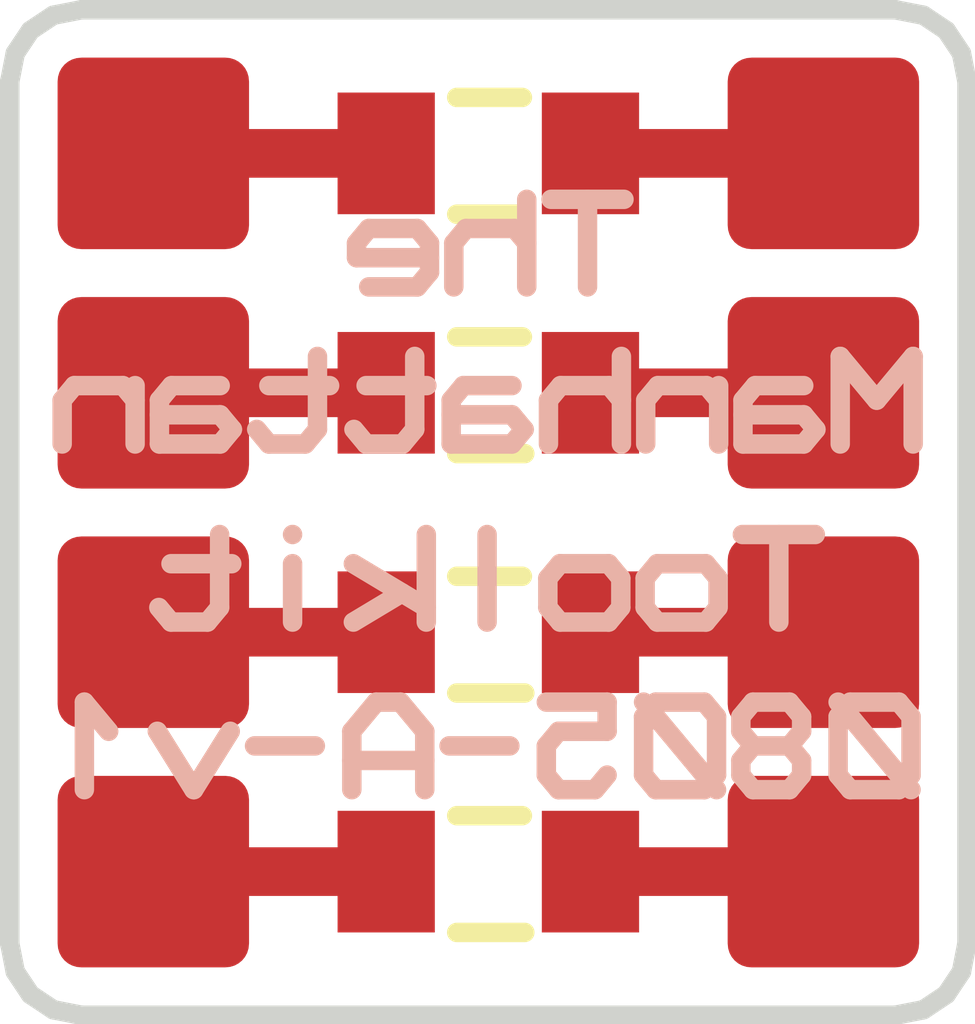
<source format=kicad_pcb>
(kicad_pcb (version 4) (generator "gerbview") (generator_version "8.0")

  (layers 
    (0 F.Cu signal)
    (31 B.Cu signal)
    (32 B.Adhes user)
    (33 F.Adhes user)
    (34 B.Paste user)
    (35 F.Paste user)
    (36 B.SilkS user)
    (37 F.SilkS user)
    (38 B.Mask user)
    (39 F.Mask user)
    (40 Dwgs.User user)
    (41 Cmts.User user)
    (42 Eco1.User user)
    (43 Eco2.User user)
    (44 Edge.Cuts user)
  )

(gr_line (start 0 -0.75) (end 0 -9.75) (layer Edge.Cuts) (width 0.2032))
(gr_line (start 0.75 -10.5) (end 9.25 -10.5) (layer Edge.Cuts) (width 0.2032))
(gr_line (start 10 -9.75) (end 10 -0.75) (layer Edge.Cuts) (width 0.2032))
(gr_line (start 9.25 0) (end 0.75 0) (layer Edge.Cuts) (width 0.2032))
(gr_line (start 0.75 -10.5) (end 0.45483 -10.44214) (layer Edge.Cuts) (width 0.2032))
(gr_line (start 0.45483 -10.44214) (end 0.2168 -10.2832) (layer Edge.Cuts) (width 0.2032))
(gr_line (start 0.2168 -10.2832) (end 0.05786 -10.04516) (layer Edge.Cuts) (width 0.2032))
(gr_line (start 0.05786 -10.04516) (end 0 -9.75) (layer Edge.Cuts) (width 0.2032))
(gr_line (start 0 -0.75) (end 0.05786 -0.45483) (layer Edge.Cuts) (width 0.2032))
(gr_line (start 0.05786 -0.45483) (end 0.2168 -0.2168) (layer Edge.Cuts) (width 0.2032))
(gr_line (start 0.2168 -0.2168) (end 0.45483 -0.05786) (layer Edge.Cuts) (width 0.2032))
(gr_line (start 0.45483 -0.05786) (end 0.75 0) (layer Edge.Cuts) (width 0.2032))
(gr_line (start 9.25 0) (end 9.54516 -0.05786) (layer Edge.Cuts) (width 0.2032))
(gr_line (start 9.54516 -0.05786) (end 9.7832 -0.2168) (layer Edge.Cuts) (width 0.2032))
(gr_line (start 9.7832 -0.2168) (end 9.94214 -0.45483) (layer Edge.Cuts) (width 0.2032))
(gr_line (start 9.94214 -0.45483) (end 10 -0.75) (layer Edge.Cuts) (width 0.2032))
(gr_line (start 10 -9.75) (end 9.94214 -10.04516) (layer Edge.Cuts) (width 0.2032))
(gr_line (start 9.94214 -10.04516) (end 9.7832 -10.2832) (layer Edge.Cuts) (width 0.2032))
(gr_line (start 9.7832 -10.2832) (end 9.54516 -10.44214) (layer Edge.Cuts) (width 0.2032))
(gr_line (start 9.54516 -10.44214) (end 9.25 -10.5) (layer Edge.Cuts) (width 0.2032))
(gr_line (start 4.6696 -9.5842) (end 5.3554 -9.5842) (layer F.SilkS) (width 0.2032))
(gr_line (start 4.6696 -8.365) (end 5.3808 -8.365) (layer F.SilkS) (width 0.2032))
(gr_line (start 4.6696 -7.0842) (end 5.3554 -7.0842) (layer F.SilkS) (width 0.2032))
(gr_line (start 4.6696 -5.865) (end 5.3808 -5.865) (layer F.SilkS) (width 0.2032))
(gr_line (start 4.6696 -4.5842) (end 5.3554 -4.5842) (layer F.SilkS) (width 0.2032))
(gr_line (start 4.6696 -3.365) (end 5.3808 -3.365) (layer F.SilkS) (width 0.2032))
(gr_line (start 4.6696 -2.0842) (end 5.3554 -2.0842) (layer F.SilkS) (width 0.2032))
(gr_line (start 4.6696 -0.865) (end 5.3808 -0.865) (layer F.SilkS) (width 0.2032))
(gr_poly (pts  (xy 2.30112 -8.00497) (xy 2.34839 -8.01929) (xy 2.3909 -8.04202)
 (xy 2.42773 -8.07227) (xy 2.45797 -8.1091) (xy 2.48071 -8.15161) (xy 2.49503 -8.19888)
 (xy 2.5 -8.25) (xy 2.5 -9.75) (xy 2.49503 -9.80112) (xy 2.48071 -9.84839)
 (xy 2.45797 -9.8909) (xy 2.42773 -9.92773) (xy 2.3909 -9.95798) (xy 2.34839 -9.98071)
 (xy 2.30112 -9.99503) (xy 2.25 -10) (xy 0.75 -10) (xy 0.69888 -9.99503)
 (xy 0.65161 -9.98071) (xy 0.6091 -9.95798) (xy 0.57227 -9.92773) (xy 0.54203 -9.8909)
 (xy 0.51929 -9.84839) (xy 0.50497 -9.80112) (xy 0.5 -9.75) (xy 0.5 -8.25)
 (xy 0.50497 -8.19888) (xy 0.51929 -8.15161) (xy 0.54203 -8.1091) (xy 0.57227 -8.07227)
 (xy 0.6091 -8.04202) (xy 0.65161 -8.01929) (xy 0.69888 -8.00497) (xy 0.75 -8)
 (xy 2.25 -8))(layer F.Mask) (width 0) )
(gr_poly (pts  (xy 2.30112 -5.50497) (xy 2.34839 -5.51929) (xy 2.3909 -5.54202)
 (xy 2.42773 -5.57227) (xy 2.45797 -5.6091) (xy 2.48071 -5.65161) (xy 2.49503 -5.69888)
 (xy 2.5 -5.75) (xy 2.5 -7.25) (xy 2.49503 -7.30112) (xy 2.48071 -7.34839)
 (xy 2.45797 -7.3909) (xy 2.42773 -7.42773) (xy 2.3909 -7.45798) (xy 2.34839 -7.48071)
 (xy 2.30112 -7.49503) (xy 2.25 -7.5) (xy 0.75 -7.5) (xy 0.69888 -7.49503)
 (xy 0.65161 -7.48071) (xy 0.6091 -7.45798) (xy 0.57227 -7.42773) (xy 0.54203 -7.3909)
 (xy 0.51929 -7.34839) (xy 0.50497 -7.30112) (xy 0.5 -7.25) (xy 0.5 -5.75)
 (xy 0.50497 -5.69888) (xy 0.51929 -5.65161) (xy 0.54203 -5.6091) (xy 0.57227 -5.57227)
 (xy 0.6091 -5.54202) (xy 0.65161 -5.51929) (xy 0.69888 -5.50497) (xy 0.75 -5.5)
 (xy 2.25 -5.5))(layer F.Mask) (width 0) )
(gr_poly (pts  (xy 2.30112 -3.00497) (xy 2.34839 -3.01929) (xy 2.3909 -3.04202)
 (xy 2.42773 -3.07227) (xy 2.45797 -3.1091) (xy 2.48071 -3.15161) (xy 2.49503 -3.19888)
 (xy 2.5 -3.25) (xy 2.5 -4.75) (xy 2.49503 -4.80112) (xy 2.48071 -4.84839)
 (xy 2.45797 -4.8909) (xy 2.42773 -4.92773) (xy 2.3909 -4.95798) (xy 2.34839 -4.98071)
 (xy 2.30112 -4.99503) (xy 2.25 -5) (xy 0.75 -5) (xy 0.69888 -4.99503)
 (xy 0.65161 -4.98071) (xy 0.6091 -4.95798) (xy 0.57227 -4.92773) (xy 0.54203 -4.8909)
 (xy 0.51929 -4.84839) (xy 0.50497 -4.80112) (xy 0.5 -4.75) (xy 0.5 -3.25)
 (xy 0.50497 -3.19888) (xy 0.51929 -3.15161) (xy 0.54203 -3.1091) (xy 0.57227 -3.07227)
 (xy 0.6091 -3.04202) (xy 0.65161 -3.01929) (xy 0.69888 -3.00497) (xy 0.75 -3)
 (xy 2.25 -3))(layer F.Mask) (width 0) )
(gr_poly (pts  (xy 2.30112 -0.50497) (xy 2.34839 -0.51929) (xy 2.3909 -0.54202)
 (xy 2.42773 -0.57227) (xy 2.45797 -0.6091) (xy 2.48071 -0.65161) (xy 2.49503 -0.69888)
 (xy 2.5 -0.75) (xy 2.5 -2.25) (xy 2.49503 -2.30112) (xy 2.48071 -2.34839)
 (xy 2.45797 -2.3909) (xy 2.42773 -2.42773) (xy 2.3909 -2.45798) (xy 2.34839 -2.48071)
 (xy 2.30112 -2.49503) (xy 2.25 -2.5) (xy 0.75 -2.5) (xy 0.69888 -2.49503)
 (xy 0.65161 -2.48071) (xy 0.6091 -2.45798) (xy 0.57227 -2.42773) (xy 0.54203 -2.3909)
 (xy 0.51929 -2.34839) (xy 0.50497 -2.30112) (xy 0.5 -2.25) (xy 0.5 -0.75)
 (xy 0.50497 -0.69888) (xy 0.51929 -0.65161) (xy 0.54203 -0.6091) (xy 0.57227 -0.57227)
 (xy 0.6091 -0.54202) (xy 0.65161 -0.51929) (xy 0.69888 -0.50497) (xy 0.75 -0.5)
 (xy 2.25 -0.5))(layer F.Mask) (width 0) )
(gr_poly (pts  (xy 9.30112 -0.50497) (xy 9.34839 -0.51929) (xy 9.3909 -0.54202)
 (xy 9.42773 -0.57227) (xy 9.45797 -0.6091) (xy 9.48071 -0.65161) (xy 9.49503 -0.69888)
 (xy 9.5 -0.75) (xy 9.5 -2.25) (xy 9.49503 -2.30112) (xy 9.48071 -2.34839)
 (xy 9.45797 -2.3909) (xy 9.42773 -2.42773) (xy 9.3909 -2.45798) (xy 9.34839 -2.48071)
 (xy 9.30112 -2.49503) (xy 9.25 -2.5) (xy 7.75 -2.5) (xy 7.69888 -2.49503)
 (xy 7.65161 -2.48071) (xy 7.6091 -2.45798) (xy 7.57227 -2.42773) (xy 7.54203 -2.3909)
 (xy 7.51929 -2.34839) (xy 7.50497 -2.30112) (xy 7.5 -2.25) (xy 7.5 -0.75)
 (xy 7.50497 -0.69888) (xy 7.51929 -0.65161) (xy 7.54203 -0.6091) (xy 7.57227 -0.57227)
 (xy 7.6091 -0.54202) (xy 7.65161 -0.51929) (xy 7.69888 -0.50497) (xy 7.75 -0.5)
 (xy 9.25 -0.5))(layer F.Mask) (width 0) )
(gr_poly (pts  (xy 9.30112 -3.00497) (xy 9.34839 -3.01929) (xy 9.3909 -3.04202)
 (xy 9.42773 -3.07227) (xy 9.45797 -3.1091) (xy 9.48071 -3.15161) (xy 9.49503 -3.19888)
 (xy 9.5 -3.25) (xy 9.5 -4.75) (xy 9.49503 -4.80112) (xy 9.48071 -4.84839)
 (xy 9.45797 -4.8909) (xy 9.42773 -4.92773) (xy 9.3909 -4.95798) (xy 9.34839 -4.98071)
 (xy 9.30112 -4.99503) (xy 9.25 -5) (xy 7.75 -5) (xy 7.69888 -4.99503)
 (xy 7.65161 -4.98071) (xy 7.6091 -4.95798) (xy 7.57227 -4.92773) (xy 7.54203 -4.8909)
 (xy 7.51929 -4.84839) (xy 7.50497 -4.80112) (xy 7.5 -4.75) (xy 7.5 -3.25)
 (xy 7.50497 -3.19888) (xy 7.51929 -3.15161) (xy 7.54203 -3.1091) (xy 7.57227 -3.07227)
 (xy 7.6091 -3.04202) (xy 7.65161 -3.01929) (xy 7.69888 -3.00497) (xy 7.75 -3)
 (xy 9.25 -3))(layer F.Mask) (width 0) )
(gr_poly (pts  (xy 9.30112 -5.50497) (xy 9.34839 -5.51929) (xy 9.3909 -5.54202)
 (xy 9.42773 -5.57227) (xy 9.45797 -5.6091) (xy 9.48071 -5.65161) (xy 9.49503 -5.69888)
 (xy 9.5 -5.75) (xy 9.5 -7.25) (xy 9.49503 -7.30112) (xy 9.48071 -7.34839)
 (xy 9.45797 -7.3909) (xy 9.42773 -7.42773) (xy 9.3909 -7.45798) (xy 9.34839 -7.48071)
 (xy 9.30112 -7.49503) (xy 9.25 -7.5) (xy 7.75 -7.5) (xy 7.69888 -7.49503)
 (xy 7.65161 -7.48071) (xy 7.6091 -7.45798) (xy 7.57227 -7.42773) (xy 7.54203 -7.3909)
 (xy 7.51929 -7.34839) (xy 7.50497 -7.30112) (xy 7.5 -7.25) (xy 7.5 -5.75)
 (xy 7.50497 -5.69888) (xy 7.51929 -5.65161) (xy 7.54203 -5.6091) (xy 7.57227 -5.57227)
 (xy 7.6091 -5.54202) (xy 7.65161 -5.51929) (xy 7.69888 -5.50497) (xy 7.75 -5.5)
 (xy 9.25 -5.5))(layer F.Mask) (width 0) )
(gr_poly (pts  (xy 9.30112 -8.00497) (xy 9.34839 -8.01929) (xy 9.3909 -8.04202)
 (xy 9.42773 -8.07227) (xy 9.45797 -8.1091) (xy 9.48071 -8.15161) (xy 9.49503 -8.19888)
 (xy 9.5 -8.25) (xy 9.5 -9.75) (xy 9.49503 -9.80112) (xy 9.48071 -9.84839)
 (xy 9.45797 -9.8909) (xy 9.42773 -9.92773) (xy 9.3909 -9.95798) (xy 9.34839 -9.98071)
 (xy 9.30112 -9.99503) (xy 9.25 -10) (xy 7.75 -10) (xy 7.69888 -9.99503)
 (xy 7.65161 -9.98071) (xy 7.6091 -9.95798) (xy 7.57227 -9.92773) (xy 7.54203 -9.8909)
 (xy 7.51929 -9.84839) (xy 7.50497 -9.80112) (xy 7.5 -9.75) (xy 7.5 -8.25)
 (xy 7.50497 -8.19888) (xy 7.51929 -8.15161) (xy 7.54203 -8.1091) (xy 7.57227 -8.07227)
 (xy 7.6091 -8.04202) (xy 7.65161 -8.01929) (xy 7.69888 -8.00497) (xy 7.75 -8)
 (xy 9.25 -8))(layer F.Mask) (width 0) )
(gr_poly (pts  (xy 4.45398 -8.30276) (xy 4.46599 -8.3064) (xy 4.47678 -8.31218)
 (xy 4.48614 -8.31986) (xy 4.49382 -8.32922) (xy 4.4996 -8.34001) (xy 4.50324 -8.35202)
 (xy 4.5045 -8.365) (xy 4.5045 -9.635) (xy 4.50324 -9.64798) (xy 4.4996 -9.65999)
 (xy 4.49382 -9.67078) (xy 4.48614 -9.68014) (xy 4.47678 -9.68782) (xy 4.46599 -9.6936)
 (xy 4.45398 -9.69724) (xy 4.441 -9.6985) (xy 3.425 -9.6985) (xy 3.41202 -9.69724)
 (xy 3.40001 -9.6936) (xy 3.38922 -9.68782) (xy 3.37986 -9.68014) (xy 3.37218 -9.67078)
 (xy 3.3664 -9.65999) (xy 3.36276 -9.64798) (xy 3.3615 -9.635) (xy 3.3615 -8.365)
 (xy 3.36276 -8.35202) (xy 3.3664 -8.34001) (xy 3.37218 -8.32922) (xy 3.37986 -8.31986)
 (xy 3.38922 -8.31218) (xy 3.40001 -8.3064) (xy 3.41202 -8.30276) (xy 3.425 -8.3015)
 (xy 4.441 -8.3015))(layer F.Mask) (width 0) )
(gr_poly (pts  (xy 6.58758 -8.30276) (xy 6.59959 -8.3064) (xy 6.61038 -8.31218)
 (xy 6.61974 -8.31986) (xy 6.62742 -8.32922) (xy 6.6332 -8.34001) (xy 6.63684 -8.35202)
 (xy 6.6381 -8.365) (xy 6.6381 -9.635) (xy 6.63684 -9.64798) (xy 6.6332 -9.65999)
 (xy 6.62742 -9.67078) (xy 6.61974 -9.68014) (xy 6.61038 -9.68782) (xy 6.59959 -9.6936)
 (xy 6.58758 -9.69724) (xy 6.5746 -9.6985) (xy 5.5586 -9.6985) (xy 5.54562 -9.69724)
 (xy 5.53361 -9.6936) (xy 5.52282 -9.68782) (xy 5.51346 -9.68014) (xy 5.50578 -9.67078)
 (xy 5.5 -9.65999) (xy 5.49636 -9.64798) (xy 5.4951 -9.635) (xy 5.4951 -8.365)
 (xy 5.49636 -8.35202) (xy 5.5 -8.34001) (xy 5.50578 -8.32922) (xy 5.51346 -8.31986)
 (xy 5.52282 -8.31218) (xy 5.53361 -8.3064) (xy 5.54562 -8.30276) (xy 5.5586 -8.3015)
 (xy 6.5746 -8.3015))(layer F.Mask) (width 0) )
(gr_poly (pts  (xy 4.45398 -5.80276) (xy 4.46599 -5.8064) (xy 4.47678 -5.81218)
 (xy 4.48614 -5.81986) (xy 4.49382 -5.82922) (xy 4.4996 -5.84001) (xy 4.50324 -5.85202)
 (xy 4.5045 -5.865) (xy 4.5045 -7.135) (xy 4.50324 -7.14798) (xy 4.4996 -7.15999)
 (xy 4.49382 -7.17078) (xy 4.48614 -7.18014) (xy 4.47678 -7.18782) (xy 4.46599 -7.1936)
 (xy 4.45398 -7.19724) (xy 4.441 -7.1985) (xy 3.425 -7.1985) (xy 3.41202 -7.19724)
 (xy 3.40001 -7.1936) (xy 3.38922 -7.18782) (xy 3.37986 -7.18014) (xy 3.37218 -7.17078)
 (xy 3.3664 -7.15999) (xy 3.36276 -7.14798) (xy 3.3615 -7.135) (xy 3.3615 -5.865)
 (xy 3.36276 -5.85202) (xy 3.3664 -5.84001) (xy 3.37218 -5.82922) (xy 3.37986 -5.81986)
 (xy 3.38922 -5.81218) (xy 3.40001 -5.8064) (xy 3.41202 -5.80276) (xy 3.425 -5.8015)
 (xy 4.441 -5.8015))(layer F.Mask) (width 0) )
(gr_poly (pts  (xy 6.58758 -5.80276) (xy 6.59959 -5.8064) (xy 6.61038 -5.81218)
 (xy 6.61974 -5.81986) (xy 6.62742 -5.82922) (xy 6.6332 -5.84001) (xy 6.63684 -5.85202)
 (xy 6.6381 -5.865) (xy 6.6381 -7.135) (xy 6.63684 -7.14798) (xy 6.6332 -7.15999)
 (xy 6.62742 -7.17078) (xy 6.61974 -7.18014) (xy 6.61038 -7.18782) (xy 6.59959 -7.1936)
 (xy 6.58758 -7.19724) (xy 6.5746 -7.1985) (xy 5.5586 -7.1985) (xy 5.54562 -7.19724)
 (xy 5.53361 -7.1936) (xy 5.52282 -7.18782) (xy 5.51346 -7.18014) (xy 5.50578 -7.17078)
 (xy 5.5 -7.15999) (xy 5.49636 -7.14798) (xy 5.4951 -7.135) (xy 5.4951 -5.865)
 (xy 5.49636 -5.85202) (xy 5.5 -5.84001) (xy 5.50578 -5.82922) (xy 5.51346 -5.81986)
 (xy 5.52282 -5.81218) (xy 5.53361 -5.8064) (xy 5.54562 -5.80276) (xy 5.5586 -5.8015)
 (xy 6.5746 -5.8015))(layer F.Mask) (width 0) )
(gr_poly (pts  (xy 4.45398 -3.30276) (xy 4.46599 -3.3064) (xy 4.47678 -3.31218)
 (xy 4.48614 -3.31986) (xy 4.49382 -3.32922) (xy 4.4996 -3.34001) (xy 4.50324 -3.35202)
 (xy 4.5045 -3.365) (xy 4.5045 -4.635) (xy 4.50324 -4.64798) (xy 4.4996 -4.65999)
 (xy 4.49382 -4.67078) (xy 4.48614 -4.68014) (xy 4.47678 -4.68782) (xy 4.46599 -4.6936)
 (xy 4.45398 -4.69724) (xy 4.441 -4.6985) (xy 3.425 -4.6985) (xy 3.41202 -4.69724)
 (xy 3.40001 -4.6936) (xy 3.38922 -4.68782) (xy 3.37986 -4.68014) (xy 3.37218 -4.67078)
 (xy 3.3664 -4.65999) (xy 3.36276 -4.64798) (xy 3.3615 -4.635) (xy 3.3615 -3.365)
 (xy 3.36276 -3.35202) (xy 3.3664 -3.34001) (xy 3.37218 -3.32922) (xy 3.37986 -3.31986)
 (xy 3.38922 -3.31218) (xy 3.40001 -3.3064) (xy 3.41202 -3.30276) (xy 3.425 -3.3015)
 (xy 4.441 -3.3015))(layer F.Mask) (width 0) )
(gr_poly (pts  (xy 6.58758 -3.30276) (xy 6.59959 -3.3064) (xy 6.61038 -3.31218)
 (xy 6.61974 -3.31986) (xy 6.62742 -3.32922) (xy 6.6332 -3.34001) (xy 6.63684 -3.35202)
 (xy 6.6381 -3.365) (xy 6.6381 -4.635) (xy 6.63684 -4.64798) (xy 6.6332 -4.65999)
 (xy 6.62742 -4.67078) (xy 6.61974 -4.68014) (xy 6.61038 -4.68782) (xy 6.59959 -4.6936)
 (xy 6.58758 -4.69724) (xy 6.5746 -4.6985) (xy 5.5586 -4.6985) (xy 5.54562 -4.69724)
 (xy 5.53361 -4.6936) (xy 5.52282 -4.68782) (xy 5.51346 -4.68014) (xy 5.50578 -4.67078)
 (xy 5.5 -4.65999) (xy 5.49636 -4.64798) (xy 5.4951 -4.635) (xy 5.4951 -3.365)
 (xy 5.49636 -3.35202) (xy 5.5 -3.34001) (xy 5.50578 -3.32922) (xy 5.51346 -3.31986)
 (xy 5.52282 -3.31218) (xy 5.53361 -3.3064) (xy 5.54562 -3.30276) (xy 5.5586 -3.3015)
 (xy 6.5746 -3.3015))(layer F.Mask) (width 0) )
(gr_poly (pts  (xy 4.45398 -0.80276) (xy 4.46599 -0.8064) (xy 4.47678 -0.81218)
 (xy 4.48614 -0.81986) (xy 4.49382 -0.82922) (xy 4.4996 -0.84001) (xy 4.50324 -0.85202)
 (xy 4.5045 -0.865) (xy 4.5045 -2.135) (xy 4.50324 -2.14798) (xy 4.4996 -2.15999)
 (xy 4.49382 -2.17078) (xy 4.48614 -2.18014) (xy 4.47678 -2.18782) (xy 4.46599 -2.1936)
 (xy 4.45398 -2.19724) (xy 4.441 -2.1985) (xy 3.425 -2.1985) (xy 3.41202 -2.19724)
 (xy 3.40001 -2.1936) (xy 3.38922 -2.18782) (xy 3.37986 -2.18014) (xy 3.37218 -2.17078)
 (xy 3.3664 -2.15999) (xy 3.36276 -2.14798) (xy 3.3615 -2.135) (xy 3.3615 -0.865)
 (xy 3.36276 -0.85202) (xy 3.3664 -0.84001) (xy 3.37218 -0.82922) (xy 3.37986 -0.81986)
 (xy 3.38922 -0.81218) (xy 3.40001 -0.8064) (xy 3.41202 -0.80276) (xy 3.425 -0.8015)
 (xy 4.441 -0.8015))(layer F.Mask) (width 0) )
(gr_poly (pts  (xy 6.58758 -0.80276) (xy 6.59959 -0.8064) (xy 6.61038 -0.81218)
 (xy 6.61974 -0.81986) (xy 6.62742 -0.82922) (xy 6.6332 -0.84001) (xy 6.63684 -0.85202)
 (xy 6.6381 -0.865) (xy 6.6381 -2.135) (xy 6.63684 -2.14798) (xy 6.6332 -2.15999)
 (xy 6.62742 -2.17078) (xy 6.61974 -2.18014) (xy 6.61038 -2.18782) (xy 6.59959 -2.1936)
 (xy 6.58758 -2.19724) (xy 6.5746 -2.1985) (xy 5.5586 -2.1985) (xy 5.54562 -2.19724)
 (xy 5.53361 -2.1936) (xy 5.52282 -2.18782) (xy 5.51346 -2.18014) (xy 5.50578 -2.17078)
 (xy 5.5 -2.15999) (xy 5.49636 -2.14798) (xy 5.4951 -2.135) (xy 5.4951 -0.865)
 (xy 5.49636 -0.85202) (xy 5.5 -0.84001) (xy 5.50578 -0.82922) (xy 5.51346 -0.81986)
 (xy 5.52282 -0.81218) (xy 5.53361 -0.8064) (xy 5.54562 -0.80276) (xy 5.5586 -0.8015)
 (xy 6.5746 -0.8015))(layer F.Mask) (width 0) )
(gr_line (start 8.41569 -5.02018) (end 7.65369 -5.02018) (layer B.SilkS) (width 0.2032))
(gr_line (start 8.03469 -5.02018) (end 8.03469 -4.10578) (layer B.SilkS) (width 0.2032))
(gr_line (start 7.39969 -4.56298) (end 7.27269 -4.71538) (layer B.SilkS) (width 0.2032))
(gr_line (start 7.27269 -4.71538) (end 6.76469 -4.71538) (layer B.SilkS) (width 0.2032))
(gr_line (start 6.76469 -4.71538) (end 6.63769 -4.56298) (layer B.SilkS) (width 0.2032))
(gr_line (start 6.63769 -4.56298) (end 6.63769 -4.25818) (layer B.SilkS) (width 0.2032))
(gr_line (start 6.63769 -4.25818) (end 6.76469 -4.10578) (layer B.SilkS) (width 0.2032))
(gr_line (start 6.76469 -4.10578) (end 7.27269 -4.10578) (layer B.SilkS) (width 0.2032))
(gr_line (start 7.27269 -4.10578) (end 7.39969 -4.25818) (layer B.SilkS) (width 0.2032))
(gr_line (start 7.39969 -4.25818) (end 7.39969 -4.56298) (layer B.SilkS) (width 0.2032))
(gr_line (start 6.38369 -4.56298) (end 6.25669 -4.71538) (layer B.SilkS) (width 0.2032))
(gr_line (start 6.25669 -4.71538) (end 5.74869 -4.71538) (layer B.SilkS) (width 0.2032))
(gr_line (start 5.74869 -4.71538) (end 5.62169 -4.56298) (layer B.SilkS) (width 0.2032))
(gr_line (start 5.62169 -4.56298) (end 5.62169 -4.25818) (layer B.SilkS) (width 0.2032))
(gr_line (start 5.62169 -4.25818) (end 5.74869 -4.10578) (layer B.SilkS) (width 0.2032))
(gr_line (start 5.74869 -4.10578) (end 6.25669 -4.10578) (layer B.SilkS) (width 0.2032))
(gr_line (start 6.25669 -4.10578) (end 6.38369 -4.25818) (layer B.SilkS) (width 0.2032))
(gr_line (start 6.38369 -4.25818) (end 6.38369 -4.56298) (layer B.SilkS) (width 0.2032))
(gr_line (start 4.98669 -5.02018) (end 4.98669 -4.10578) (layer B.SilkS) (width 0.2032))
(gr_line (start 4.35169 -5.02018) (end 4.35169 -4.10578) (layer B.SilkS) (width 0.2032))
(gr_line (start 4.35169 -4.25818) (end 3.58969 -4.71538) (layer B.SilkS) (width 0.2032))
(gr_line (start 4.09769 -4.41058) (end 3.58969 -4.10578) (layer B.SilkS) (width 0.2032))
(gr_line (start 2.95469 -4.71538) (end 2.95469 -4.10578) (layer B.SilkS) (width 0.2032))
(gr_line (start 2.95469 -5.02018) (end 2.95469 -5.02018) (layer B.SilkS) (width 0.2032))
(gr_line (start 2.19269 -5.02018) (end 2.19269 -4.25818) (layer B.SilkS) (width 0.2032))
(gr_line (start 2.19269 -4.25818) (end 2.06569 -4.10578) (layer B.SilkS) (width 0.2032))
(gr_line (start 2.06569 -4.10578) (end 1.68469 -4.10578) (layer B.SilkS) (width 0.2032))
(gr_line (start 1.68469 -4.10578) (end 1.55769 -4.25818) (layer B.SilkS) (width 0.2032))
(gr_line (start 2.31969 -4.71538) (end 1.68469 -4.71538) (layer B.SilkS) (width 0.2032))
(gr_line (start 9.4379 -5.96536) (end 9.4379 -6.87976) (layer B.SilkS) (width 0.2032))
(gr_line (start 9.4379 -6.87976) (end 9.0569 -6.42256) (layer B.SilkS) (width 0.2032))
(gr_line (start 9.0569 -6.42256) (end 8.6759 -6.87976) (layer B.SilkS) (width 0.2032))
(gr_line (start 8.6759 -6.87976) (end 8.6759 -5.96536) (layer B.SilkS) (width 0.2032))
(gr_line (start 8.2949 -6.57496) (end 7.7869 -6.57496) (layer B.SilkS) (width 0.2032))
(gr_line (start 7.7869 -6.57496) (end 7.6599 -6.42256) (layer B.SilkS) (width 0.2032))
(gr_line (start 7.6599 -6.42256) (end 7.6599 -5.96536) (layer B.SilkS) (width 0.2032))
(gr_line (start 7.6599 -5.96536) (end 8.2949 -5.96536) (layer B.SilkS) (width 0.2032))
(gr_line (start 8.2949 -5.96536) (end 8.4219 -6.11776) (layer B.SilkS) (width 0.2032))
(gr_line (start 8.4219 -6.11776) (end 8.2949 -6.27016) (layer B.SilkS) (width 0.2032))
(gr_line (start 8.2949 -6.27016) (end 7.6599 -6.27016) (layer B.SilkS) (width 0.2032))
(gr_line (start 7.4059 -5.96536) (end 7.4059 -6.57496) (layer B.SilkS) (width 0.2032))
(gr_line (start 7.4059 -6.42256) (end 7.2789 -6.57496) (layer B.SilkS) (width 0.2032))
(gr_line (start 7.2789 -6.57496) (end 6.7709 -6.57496) (layer B.SilkS) (width 0.2032))
(gr_line (start 6.7709 -6.57496) (end 6.6439 -6.42256) (layer B.SilkS) (width 0.2032))
(gr_line (start 6.6439 -6.42256) (end 6.6439 -5.96536) (layer B.SilkS) (width 0.2032))
(gr_line (start 5.6279 -5.96536) (end 5.6279 -6.42256) (layer B.SilkS) (width 0.2032))
(gr_line (start 5.6279 -6.42256) (end 5.7549 -6.57496) (layer B.SilkS) (width 0.2032))
(gr_line (start 5.7549 -6.57496) (end 6.2629 -6.57496) (layer B.SilkS) (width 0.2032))
(gr_line (start 6.2629 -6.57496) (end 6.3899 -6.42256) (layer B.SilkS) (width 0.2032))
(gr_line (start 6.3899 -6.87976) (end 6.3899 -5.96536) (layer B.SilkS) (width 0.2032))
(gr_line (start 5.2469 -6.57496) (end 4.7389 -6.57496) (layer B.SilkS) (width 0.2032))
(gr_line (start 4.7389 -6.57496) (end 4.6119 -6.42256) (layer B.SilkS) (width 0.2032))
(gr_line (start 4.6119 -6.42256) (end 4.6119 -5.96536) (layer B.SilkS) (width 0.2032))
(gr_line (start 4.6119 -5.96536) (end 5.2469 -5.96536) (layer B.SilkS) (width 0.2032))
(gr_line (start 5.2469 -5.96536) (end 5.3739 -6.11776) (layer B.SilkS) (width 0.2032))
(gr_line (start 5.3739 -6.11776) (end 5.2469 -6.27016) (layer B.SilkS) (width 0.2032))
(gr_line (start 5.2469 -6.27016) (end 4.6119 -6.27016) (layer B.SilkS) (width 0.2032))
(gr_line (start 4.2309 -6.87976) (end 4.2309 -6.11776) (layer B.SilkS) (width 0.2032))
(gr_line (start 4.2309 -6.11776) (end 4.1039 -5.96536) (layer B.SilkS) (width 0.2032))
(gr_line (start 4.1039 -5.96536) (end 3.7229 -5.96536) (layer B.SilkS) (width 0.2032))
(gr_line (start 3.7229 -5.96536) (end 3.5959 -6.11776) (layer B.SilkS) (width 0.2032))
(gr_line (start 4.3579 -6.57496) (end 3.7229 -6.57496) (layer B.SilkS) (width 0.2032))
(gr_line (start 3.2149 -6.87976) (end 3.2149 -6.11776) (layer B.SilkS) (width 0.2032))
(gr_line (start 3.2149 -6.11776) (end 3.0879 -5.96536) (layer B.SilkS) (width 0.2032))
(gr_line (start 3.0879 -5.96536) (end 2.7069 -5.96536) (layer B.SilkS) (width 0.2032))
(gr_line (start 2.7069 -5.96536) (end 2.5799 -6.11776) (layer B.SilkS) (width 0.2032))
(gr_line (start 3.3419 -6.57496) (end 2.7069 -6.57496) (layer B.SilkS) (width 0.2032))
(gr_line (start 2.1989 -6.57496) (end 1.6909 -6.57496) (layer B.SilkS) (width 0.2032))
(gr_line (start 1.6909 -6.57496) (end 1.5639 -6.42256) (layer B.SilkS) (width 0.2032))
(gr_line (start 1.5639 -6.42256) (end 1.5639 -5.96536) (layer B.SilkS) (width 0.2032))
(gr_line (start 1.5639 -5.96536) (end 2.1989 -5.96536) (layer B.SilkS) (width 0.2032))
(gr_line (start 2.1989 -5.96536) (end 2.3259 -6.11776) (layer B.SilkS) (width 0.2032))
(gr_line (start 2.3259 -6.11776) (end 2.1989 -6.27016) (layer B.SilkS) (width 0.2032))
(gr_line (start 2.1989 -6.27016) (end 1.5639 -6.27016) (layer B.SilkS) (width 0.2032))
(gr_line (start 1.3099 -5.96536) (end 1.3099 -6.57496) (layer B.SilkS) (width 0.2032))
(gr_line (start 1.3099 -6.42256) (end 1.1829 -6.57496) (layer B.SilkS) (width 0.2032))
(gr_line (start 1.1829 -6.57496) (end 0.6749 -6.57496) (layer B.SilkS) (width 0.2032))
(gr_line (start 0.6749 -6.57496) (end 0.5479 -6.42256) (layer B.SilkS) (width 0.2032))
(gr_line (start 0.5479 -6.42256) (end 0.5479 -5.96536) (layer B.SilkS) (width 0.2032))
(gr_line (start 6.41698 -8.52018) (end 5.65498 -8.52018) (layer B.SilkS) (width 0.2032))
(gr_line (start 6.03598 -8.52018) (end 6.03598 -7.60578) (layer B.SilkS) (width 0.2032))
(gr_line (start 4.63898 -7.60578) (end 4.63898 -8.06298) (layer B.SilkS) (width 0.2032))
(gr_line (start 4.63898 -8.06298) (end 4.76598 -8.21538) (layer B.SilkS) (width 0.2032))
(gr_line (start 4.76598 -8.21538) (end 5.27398 -8.21538) (layer B.SilkS) (width 0.2032))
(gr_line (start 5.27398 -8.21538) (end 5.40098 -8.06298) (layer B.SilkS) (width 0.2032))
(gr_line (start 5.40098 -8.52018) (end 5.40098 -7.60578) (layer B.SilkS) (width 0.2032))
(gr_line (start 4.38498 -7.91058) (end 3.62298 -7.91058) (layer B.SilkS) (width 0.2032))
(gr_line (start 3.62298 -7.91058) (end 3.62298 -8.06298) (layer B.SilkS) (width 0.2032))
(gr_line (start 3.62298 -8.06298) (end 3.74998 -8.21538) (layer B.SilkS) (width 0.2032))
(gr_line (start 3.74998 -8.21538) (end 4.25798 -8.21538) (layer B.SilkS) (width 0.2032))
(gr_line (start 4.25798 -8.21538) (end 4.38498 -8.06298) (layer B.SilkS) (width 0.2032))
(gr_line (start 4.38498 -8.06298) (end 4.38498 -7.75818) (layer B.SilkS) (width 0.2032))
(gr_line (start 4.38498 -7.75818) (end 4.25798 -7.60578) (layer B.SilkS) (width 0.2032))
(gr_line (start 4.25798 -7.60578) (end 3.74998 -7.60578) (layer B.SilkS) (width 0.2032))
(gr_line (start 9.41569 -2.50818) (end 9.41569 -3.11778) (layer B.SilkS) (width 0.2032))
(gr_line (start 9.41569 -3.11778) (end 9.28869 -3.27018) (layer B.SilkS) (width 0.2032))
(gr_line (start 9.28869 -3.27018) (end 8.78069 -3.27018) (layer B.SilkS) (width 0.2032))
(gr_line (start 8.78069 -3.27018) (end 8.65369 -3.11778) (layer B.SilkS) (width 0.2032))
(gr_line (start 8.65369 -3.11778) (end 8.65369 -2.50818) (layer B.SilkS) (width 0.2032))
(gr_line (start 8.65369 -2.50818) (end 8.78069 -2.35578) (layer B.SilkS) (width 0.2032))
(gr_line (start 8.78069 -2.35578) (end 9.28869 -2.35578) (layer B.SilkS) (width 0.2032))
(gr_line (start 9.28869 -2.35578) (end 9.41569 -2.50818) (layer B.SilkS) (width 0.2032))
(gr_line (start 9.41569 -2.35578) (end 8.65369 -3.27018) (layer B.SilkS) (width 0.2032))
(gr_line (start 8.14569 -2.81298) (end 8.27269 -2.96538) (layer B.SilkS) (width 0.2032))
(gr_line (start 8.27269 -2.96538) (end 8.27269 -3.11778) (layer B.SilkS) (width 0.2032))
(gr_line (start 8.27269 -3.11778) (end 8.14569 -3.27018) (layer B.SilkS) (width 0.2032))
(gr_line (start 8.14569 -3.27018) (end 7.76469 -3.27018) (layer B.SilkS) (width 0.2032))
(gr_line (start 7.76469 -3.27018) (end 7.63769 -3.11778) (layer B.SilkS) (width 0.2032))
(gr_line (start 7.63769 -3.11778) (end 7.63769 -2.96538) (layer B.SilkS) (width 0.2032))
(gr_line (start 7.63769 -2.96538) (end 7.76469 -2.81298) (layer B.SilkS) (width 0.2032))
(gr_line (start 7.76469 -2.81298) (end 8.14569 -2.81298) (layer B.SilkS) (width 0.2032))
(gr_line (start 8.14569 -2.81298) (end 8.27269 -2.66058) (layer B.SilkS) (width 0.2032))
(gr_line (start 8.27269 -2.66058) (end 8.27269 -2.50818) (layer B.SilkS) (width 0.2032))
(gr_line (start 8.27269 -2.50818) (end 8.14569 -2.35578) (layer B.SilkS) (width 0.2032))
(gr_line (start 8.14569 -2.35578) (end 7.76469 -2.35578) (layer B.SilkS) (width 0.2032))
(gr_line (start 7.76469 -2.35578) (end 7.63769 -2.50818) (layer B.SilkS) (width 0.2032))
(gr_line (start 7.63769 -2.50818) (end 7.63769 -2.66058) (layer B.SilkS) (width 0.2032))
(gr_line (start 7.63769 -2.66058) (end 7.76469 -2.81298) (layer B.SilkS) (width 0.2032))
(gr_line (start 7.38369 -2.50818) (end 7.38369 -3.11778) (layer B.SilkS) (width 0.2032))
(gr_line (start 7.38369 -3.11778) (end 7.25669 -3.27018) (layer B.SilkS) (width 0.2032))
(gr_line (start 7.25669 -3.27018) (end 6.74869 -3.27018) (layer B.SilkS) (width 0.2032))
(gr_line (start 6.74869 -3.27018) (end 6.62169 -3.11778) (layer B.SilkS) (width 0.2032))
(gr_line (start 6.62169 -3.11778) (end 6.62169 -2.50818) (layer B.SilkS) (width 0.2032))
(gr_line (start 6.62169 -2.50818) (end 6.74869 -2.35578) (layer B.SilkS) (width 0.2032))
(gr_line (start 6.74869 -2.35578) (end 7.25669 -2.35578) (layer B.SilkS) (width 0.2032))
(gr_line (start 7.25669 -2.35578) (end 7.38369 -2.50818) (layer B.SilkS) (width 0.2032))
(gr_line (start 7.38369 -2.35578) (end 6.62169 -3.27018) (layer B.SilkS) (width 0.2032))
(gr_line (start 5.60569 -3.27018) (end 6.24069 -3.27018) (layer B.SilkS) (width 0.2032))
(gr_line (start 6.24069 -3.27018) (end 6.24069 -2.96538) (layer B.SilkS) (width 0.2032))
(gr_line (start 6.24069 -2.96538) (end 5.73269 -2.96538) (layer B.SilkS) (width 0.2032))
(gr_line (start 5.73269 -2.96538) (end 5.60569 -2.81298) (layer B.SilkS) (width 0.2032))
(gr_line (start 5.60569 -2.81298) (end 5.60569 -2.50818) (layer B.SilkS) (width 0.2032))
(gr_line (start 5.60569 -2.50818) (end 5.73269 -2.35578) (layer B.SilkS) (width 0.2032))
(gr_line (start 5.73269 -2.35578) (end 6.11369 -2.35578) (layer B.SilkS) (width 0.2032))
(gr_line (start 6.11369 -2.35578) (end 6.24069 -2.50818) (layer B.SilkS) (width 0.2032))
(gr_line (start 5.22469 -2.81298) (end 4.58969 -2.81298) (layer B.SilkS) (width 0.2032))
(gr_line (start 4.33569 -2.35578) (end 4.33569 -2.96538) (layer B.SilkS) (width 0.2032))
(gr_line (start 4.33569 -2.96538) (end 4.08169 -3.27018) (layer B.SilkS) (width 0.2032))
(gr_line (start 4.08169 -3.27018) (end 3.82769 -3.27018) (layer B.SilkS) (width 0.2032))
(gr_line (start 3.82769 -3.27018) (end 3.57369 -2.96538) (layer B.SilkS) (width 0.2032))
(gr_line (start 3.57369 -2.96538) (end 3.57369 -2.35578) (layer B.SilkS) (width 0.2032))
(gr_line (start 4.33569 -2.66058) (end 3.57369 -2.66058) (layer B.SilkS) (width 0.2032))
(gr_line (start 3.19269 -2.81298) (end 2.55769 -2.81298) (layer B.SilkS) (width 0.2032))
(gr_line (start 2.30369 -2.96538) (end 1.92269 -2.35578) (layer B.SilkS) (width 0.2032))
(gr_line (start 1.92269 -2.35578) (end 1.54169 -2.96538) (layer B.SilkS) (width 0.2032))
(gr_line (start 1.03369 -2.96538) (end 0.77969 -3.27018) (layer B.SilkS) (width 0.2032))
(gr_line (start 0.77969 -3.27018) (end 0.77969 -2.35578) (layer B.SilkS) (width 0.2032))
(segment (start 1.5 -4.2728) (end 1.5 -4) (width 0.381) (layer F.Cu) (net 0))
(segment (start 1.5 -6.25) (end 1.5 -6.5) (width 0.508) (layer F.Cu) (net 0))
(segment (start 1.5 -3.75) (end 1.5 -4) (width 0.508) (layer F.Cu) (net 0))
(segment (start 3.933 -9) (end 1.5 -9) (width 0.508) (layer F.Cu) (net 0))
(segment (start 3.933 -6.5) (end 1.5 -6.5) (width 0.508) (layer F.Cu) (net 0))
(segment (start 3.933 -4) (end 1.5 -4) (width 0.508) (layer F.Cu) (net 0))
(segment (start 3.933 -1.5) (end 1.5 -1.5) (width 0.508) (layer F.Cu) (net 0))
(segment (start 6.0666 -1.5) (end 8.5 -1.5) (width 0.508) (layer F.Cu) (net 0))
(segment (start 6.0666 -4) (end 8.5 -4) (width 0.508) (layer F.Cu) (net 0))
(segment (start 6.0666 -6.5) (end 8.5 -6.5) (width 0.508) (layer F.Cu) (net 0))
(segment (start 6.0666 -9) (end 8.5 -9) (width 0.508) (layer F.Cu) (net 0))
(gr_poly (pts  (xy 2.30112 -8.00497) (xy 2.34839 -8.01929) (xy 2.3909 -8.04202)
 (xy 2.42773 -8.07227) (xy 2.45797 -8.1091) (xy 2.48071 -8.15161) (xy 2.49503 -8.19888)
 (xy 2.5 -8.25) (xy 2.5 -9.75) (xy 2.49503 -9.80112) (xy 2.48071 -9.84839)
 (xy 2.45797 -9.8909) (xy 2.42773 -9.92773) (xy 2.3909 -9.95798) (xy 2.34839 -9.98071)
 (xy 2.30112 -9.99503) (xy 2.25 -10) (xy 0.75 -10) (xy 0.69888 -9.99503)
 (xy 0.65161 -9.98071) (xy 0.6091 -9.95798) (xy 0.57227 -9.92773) (xy 0.54203 -9.8909)
 (xy 0.51929 -9.84839) (xy 0.50497 -9.80112) (xy 0.5 -9.75) (xy 0.5 -8.25)
 (xy 0.50497 -8.19888) (xy 0.51929 -8.15161) (xy 0.54203 -8.1091) (xy 0.57227 -8.07227)
 (xy 0.6091 -8.04202) (xy 0.65161 -8.01929) (xy 0.69888 -8.00497) (xy 0.75 -8)
 (xy 2.25 -8))(layer F.Cu) (width 0) )
(gr_poly (pts  (xy 2.30112 -5.50497) (xy 2.34839 -5.51929) (xy 2.3909 -5.54202)
 (xy 2.42773 -5.57227) (xy 2.45797 -5.6091) (xy 2.48071 -5.65161) (xy 2.49503 -5.69888)
 (xy 2.5 -5.75) (xy 2.5 -7.25) (xy 2.49503 -7.30112) (xy 2.48071 -7.34839)
 (xy 2.45797 -7.3909) (xy 2.42773 -7.42773) (xy 2.3909 -7.45798) (xy 2.34839 -7.48071)
 (xy 2.30112 -7.49503) (xy 2.25 -7.5) (xy 0.75 -7.5) (xy 0.69888 -7.49503)
 (xy 0.65161 -7.48071) (xy 0.6091 -7.45798) (xy 0.57227 -7.42773) (xy 0.54203 -7.3909)
 (xy 0.51929 -7.34839) (xy 0.50497 -7.30112) (xy 0.5 -7.25) (xy 0.5 -5.75)
 (xy 0.50497 -5.69888) (xy 0.51929 -5.65161) (xy 0.54203 -5.6091) (xy 0.57227 -5.57227)
 (xy 0.6091 -5.54202) (xy 0.65161 -5.51929) (xy 0.69888 -5.50497) (xy 0.75 -5.5)
 (xy 2.25 -5.5))(layer F.Cu) (width 0) )
(gr_poly (pts  (xy 2.30112 -3.00497) (xy 2.34839 -3.01929) (xy 2.3909 -3.04202)
 (xy 2.42773 -3.07227) (xy 2.45797 -3.1091) (xy 2.48071 -3.15161) (xy 2.49503 -3.19888)
 (xy 2.5 -3.25) (xy 2.5 -4.75) (xy 2.49503 -4.80112) (xy 2.48071 -4.84839)
 (xy 2.45797 -4.8909) (xy 2.42773 -4.92773) (xy 2.3909 -4.95798) (xy 2.34839 -4.98071)
 (xy 2.30112 -4.99503) (xy 2.25 -5) (xy 0.75 -5) (xy 0.69888 -4.99503)
 (xy 0.65161 -4.98071) (xy 0.6091 -4.95798) (xy 0.57227 -4.92773) (xy 0.54203 -4.8909)
 (xy 0.51929 -4.84839) (xy 0.50497 -4.80112) (xy 0.5 -4.75) (xy 0.5 -3.25)
 (xy 0.50497 -3.19888) (xy 0.51929 -3.15161) (xy 0.54203 -3.1091) (xy 0.57227 -3.07227)
 (xy 0.6091 -3.04202) (xy 0.65161 -3.01929) (xy 0.69888 -3.00497) (xy 0.75 -3)
 (xy 2.25 -3))(layer F.Cu) (width 0) )
(gr_poly (pts  (xy 2.30112 -0.50497) (xy 2.34839 -0.51929) (xy 2.3909 -0.54202)
 (xy 2.42773 -0.57227) (xy 2.45797 -0.6091) (xy 2.48071 -0.65161) (xy 2.49503 -0.69888)
 (xy 2.5 -0.75) (xy 2.5 -2.25) (xy 2.49503 -2.30112) (xy 2.48071 -2.34839)
 (xy 2.45797 -2.3909) (xy 2.42773 -2.42773) (xy 2.3909 -2.45798) (xy 2.34839 -2.48071)
 (xy 2.30112 -2.49503) (xy 2.25 -2.5) (xy 0.75 -2.5) (xy 0.69888 -2.49503)
 (xy 0.65161 -2.48071) (xy 0.6091 -2.45798) (xy 0.57227 -2.42773) (xy 0.54203 -2.3909)
 (xy 0.51929 -2.34839) (xy 0.50497 -2.30112) (xy 0.5 -2.25) (xy 0.5 -0.75)
 (xy 0.50497 -0.69888) (xy 0.51929 -0.65161) (xy 0.54203 -0.6091) (xy 0.57227 -0.57227)
 (xy 0.6091 -0.54202) (xy 0.65161 -0.51929) (xy 0.69888 -0.50497) (xy 0.75 -0.5)
 (xy 2.25 -0.5))(layer F.Cu) (width 0) )
(gr_poly (pts  (xy 9.30112 -0.50497) (xy 9.34839 -0.51929) (xy 9.3909 -0.54202)
 (xy 9.42773 -0.57227) (xy 9.45797 -0.6091) (xy 9.48071 -0.65161) (xy 9.49503 -0.69888)
 (xy 9.5 -0.75) (xy 9.5 -2.25) (xy 9.49503 -2.30112) (xy 9.48071 -2.34839)
 (xy 9.45797 -2.3909) (xy 9.42773 -2.42773) (xy 9.3909 -2.45798) (xy 9.34839 -2.48071)
 (xy 9.30112 -2.49503) (xy 9.25 -2.5) (xy 7.75 -2.5) (xy 7.69888 -2.49503)
 (xy 7.65161 -2.48071) (xy 7.6091 -2.45798) (xy 7.57227 -2.42773) (xy 7.54203 -2.3909)
 (xy 7.51929 -2.34839) (xy 7.50497 -2.30112) (xy 7.5 -2.25) (xy 7.5 -0.75)
 (xy 7.50497 -0.69888) (xy 7.51929 -0.65161) (xy 7.54203 -0.6091) (xy 7.57227 -0.57227)
 (xy 7.6091 -0.54202) (xy 7.65161 -0.51929) (xy 7.69888 -0.50497) (xy 7.75 -0.5)
 (xy 9.25 -0.5))(layer F.Cu) (width 0) )
(gr_poly (pts  (xy 9.30112 -3.00497) (xy 9.34839 -3.01929) (xy 9.3909 -3.04202)
 (xy 9.42773 -3.07227) (xy 9.45797 -3.1091) (xy 9.48071 -3.15161) (xy 9.49503 -3.19888)
 (xy 9.5 -3.25) (xy 9.5 -4.75) (xy 9.49503 -4.80112) (xy 9.48071 -4.84839)
 (xy 9.45797 -4.8909) (xy 9.42773 -4.92773) (xy 9.3909 -4.95798) (xy 9.34839 -4.98071)
 (xy 9.30112 -4.99503) (xy 9.25 -5) (xy 7.75 -5) (xy 7.69888 -4.99503)
 (xy 7.65161 -4.98071) (xy 7.6091 -4.95798) (xy 7.57227 -4.92773) (xy 7.54203 -4.8909)
 (xy 7.51929 -4.84839) (xy 7.50497 -4.80112) (xy 7.5 -4.75) (xy 7.5 -3.25)
 (xy 7.50497 -3.19888) (xy 7.51929 -3.15161) (xy 7.54203 -3.1091) (xy 7.57227 -3.07227)
 (xy 7.6091 -3.04202) (xy 7.65161 -3.01929) (xy 7.69888 -3.00497) (xy 7.75 -3)
 (xy 9.25 -3))(layer F.Cu) (width 0) )
(gr_poly (pts  (xy 9.30112 -5.50497) (xy 9.34839 -5.51929) (xy 9.3909 -5.54202)
 (xy 9.42773 -5.57227) (xy 9.45797 -5.6091) (xy 9.48071 -5.65161) (xy 9.49503 -5.69888)
 (xy 9.5 -5.75) (xy 9.5 -7.25) (xy 9.49503 -7.30112) (xy 9.48071 -7.34839)
 (xy 9.45797 -7.3909) (xy 9.42773 -7.42773) (xy 9.3909 -7.45798) (xy 9.34839 -7.48071)
 (xy 9.30112 -7.49503) (xy 9.25 -7.5) (xy 7.75 -7.5) (xy 7.69888 -7.49503)
 (xy 7.65161 -7.48071) (xy 7.6091 -7.45798) (xy 7.57227 -7.42773) (xy 7.54203 -7.3909)
 (xy 7.51929 -7.34839) (xy 7.50497 -7.30112) (xy 7.5 -7.25) (xy 7.5 -5.75)
 (xy 7.50497 -5.69888) (xy 7.51929 -5.65161) (xy 7.54203 -5.6091) (xy 7.57227 -5.57227)
 (xy 7.6091 -5.54202) (xy 7.65161 -5.51929) (xy 7.69888 -5.50497) (xy 7.75 -5.5)
 (xy 9.25 -5.5))(layer F.Cu) (width 0) )
(gr_poly (pts  (xy 9.30112 -8.00497) (xy 9.34839 -8.01929) (xy 9.3909 -8.04202)
 (xy 9.42773 -8.07227) (xy 9.45797 -8.1091) (xy 9.48071 -8.15161) (xy 9.49503 -8.19888)
 (xy 9.5 -8.25) (xy 9.5 -9.75) (xy 9.49503 -9.80112) (xy 9.48071 -9.84839)
 (xy 9.45797 -9.8909) (xy 9.42773 -9.92773) (xy 9.3909 -9.95798) (xy 9.34839 -9.98071)
 (xy 9.30112 -9.99503) (xy 9.25 -10) (xy 7.75 -10) (xy 7.69888 -9.99503)
 (xy 7.65161 -9.98071) (xy 7.6091 -9.95798) (xy 7.57227 -9.92773) (xy 7.54203 -9.8909)
 (xy 7.51929 -9.84839) (xy 7.50497 -9.80112) (xy 7.5 -9.75) (xy 7.5 -8.25)
 (xy 7.50497 -8.19888) (xy 7.51929 -8.15161) (xy 7.54203 -8.1091) (xy 7.57227 -8.07227)
 (xy 7.6091 -8.04202) (xy 7.65161 -8.01929) (xy 7.69888 -8.00497) (xy 7.75 -8)
 (xy 9.25 -8))(layer F.Cu) (width 0) )
(gr_poly (pts  (xy 4.441 -9.635) (xy 3.425 -9.635) (xy 3.425 -8.365)
 (xy 4.441 -8.365))(layer F.Cu) (width 0) )
(gr_poly (pts  (xy 6.5746 -9.635) (xy 5.5586 -9.635) (xy 5.5586 -8.365)
 (xy 6.5746 -8.365))(layer F.Cu) (width 0) )
(gr_poly (pts  (xy 4.441 -7.135) (xy 3.425 -7.135) (xy 3.425 -5.865)
 (xy 4.441 -5.865))(layer F.Cu) (width 0) )
(gr_poly (pts  (xy 6.5746 -7.135) (xy 5.5586 -7.135) (xy 5.5586 -5.865)
 (xy 6.5746 -5.865))(layer F.Cu) (width 0) )
(gr_poly (pts  (xy 4.441 -4.635) (xy 3.425 -4.635) (xy 3.425 -3.365)
 (xy 4.441 -3.365))(layer F.Cu) (width 0) )
(gr_poly (pts  (xy 6.5746 -4.635) (xy 5.5586 -4.635) (xy 5.5586 -3.365)
 (xy 6.5746 -3.365))(layer F.Cu) (width 0) )
(gr_poly (pts  (xy 4.441 -2.135) (xy 3.425 -2.135) (xy 3.425 -0.865)
 (xy 4.441 -0.865))(layer F.Cu) (width 0) )
(gr_poly (pts  (xy 6.5746 -2.135) (xy 5.5586 -2.135) (xy 5.5586 -0.865)
 (xy 6.5746 -0.865))(layer F.Cu) (width 0) )
)

</source>
